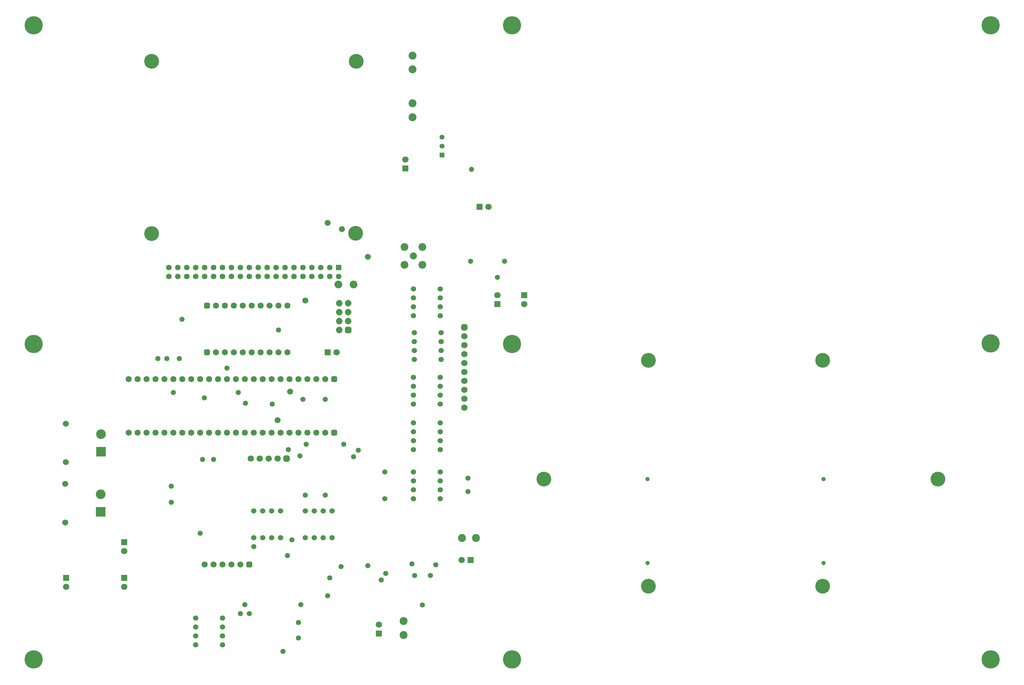
<source format=gbs>
G04*
G04 #@! TF.GenerationSoftware,Altium Limited,Altium Designer,22.11.1 (43)*
G04*
G04 Layer_Color=16711935*
%FSLAX44Y44*%
%MOMM*%
G71*
G04*
G04 #@! TF.SameCoordinates,A751104F-70AC-404C-B97E-AE56B71AA5AB*
G04*
G04*
G04 #@! TF.FilePolarity,Negative*
G04*
G01*
G75*
%ADD41C,1.8032*%
G04:AMPARAMS|DCode=42|XSize=1.8032mm|YSize=1.8032mm|CornerRadius=0.5016mm|HoleSize=0mm|Usage=FLASHONLY|Rotation=180.000|XOffset=0mm|YOffset=0mm|HoleType=Round|Shape=RoundedRectangle|*
%AMROUNDEDRECTD42*
21,1,1.8032,0.8000,0,0,180.0*
21,1,0.8000,1.8032,0,0,180.0*
1,1,1.0032,-0.4000,0.4000*
1,1,1.0032,0.4000,0.4000*
1,1,1.0032,0.4000,-0.4000*
1,1,1.0032,-0.4000,-0.4000*
%
%ADD42ROUNDEDRECTD42*%
%ADD43R,1.3970X1.3970*%
%ADD44C,1.3970*%
%ADD45C,1.8082*%
%ADD46R,1.8082X1.8082*%
%ADD47C,4.2032*%
%ADD48C,1.2192*%
%ADD49R,2.7532X2.7532*%
%ADD50C,2.7532*%
%ADD51C,1.7112*%
%ADD52R,1.8082X1.8082*%
%ADD53C,2.2606*%
%ADD54C,1.5032*%
%ADD55C,1.8532*%
G04:AMPARAMS|DCode=56|XSize=1.8532mm|YSize=1.8532mm|CornerRadius=0.5141mm|HoleSize=0mm|Usage=FLASHONLY|Rotation=90.000|XOffset=0mm|YOffset=0mm|HoleType=Round|Shape=RoundedRectangle|*
%AMROUNDEDRECTD56*
21,1,1.8532,0.8250,0,0,90.0*
21,1,0.8250,1.8532,0,0,90.0*
1,1,1.0282,0.4125,0.4125*
1,1,1.0282,0.4125,-0.4125*
1,1,1.0282,-0.4125,-0.4125*
1,1,1.0282,-0.4125,0.4125*
%
%ADD56ROUNDEDRECTD56*%
%ADD57C,2.0066*%
%ADD58C,2.2098*%
G04:AMPARAMS|DCode=59|XSize=1.8032mm|YSize=1.8032mm|CornerRadius=0.5016mm|HoleSize=0mm|Usage=FLASHONLY|Rotation=270.000|XOffset=0mm|YOffset=0mm|HoleType=Round|Shape=RoundedRectangle|*
%AMROUNDEDRECTD59*
21,1,1.8032,0.8000,0,0,270.0*
21,1,0.8000,1.8032,0,0,270.0*
1,1,1.0032,-0.4000,-0.4000*
1,1,1.0032,-0.4000,0.4000*
1,1,1.0032,0.4000,0.4000*
1,1,1.0032,0.4000,-0.4000*
%
%ADD59ROUNDEDRECTD59*%
%ADD60C,1.7232*%
G04:AMPARAMS|DCode=61|XSize=1.7232mm|YSize=1.7232mm|CornerRadius=0.4816mm|HoleSize=0mm|Usage=FLASHONLY|Rotation=180.000|XOffset=0mm|YOffset=0mm|HoleType=Round|Shape=RoundedRectangle|*
%AMROUNDEDRECTD61*
21,1,1.7232,0.7600,0,0,180.0*
21,1,0.7600,1.7232,0,0,180.0*
1,1,0.9632,-0.3800,0.3800*
1,1,0.9632,0.3800,0.3800*
1,1,0.9632,0.3800,-0.3800*
1,1,0.9632,-0.3800,-0.3800*
%
%ADD61ROUNDEDRECTD61*%
%ADD62C,1.5932*%
%ADD63R,1.5932X1.5932*%
%ADD64C,1.4732*%
%ADD65C,1.7032*%
%ADD66C,2.2032*%
%ADD67C,5.2032*%
D41*
X708660Y624840D02*
D03*
X734060D02*
D03*
X683260D02*
D03*
X657860D02*
D03*
X1264920Y769620D02*
D03*
Y795020D02*
D03*
Y871220D02*
D03*
Y922020D02*
D03*
Y972820D02*
D03*
Y947420D02*
D03*
Y896620D02*
D03*
Y845820D02*
D03*
Y820420D02*
D03*
D42*
X759460Y624840D02*
D03*
D43*
X1201420Y1488440D02*
D03*
D44*
Y1513840D02*
D03*
Y1539240D02*
D03*
D45*
X1097280Y1475740D02*
D03*
X1435100Y1064260D02*
D03*
X1333500Y1341120D02*
D03*
X1257300Y336550D02*
D03*
X901700Y927100D02*
D03*
X298450Y361950D02*
D03*
Y260350D02*
D03*
X133350D02*
D03*
X1022350Y152400D02*
D03*
X1358900Y1089660D02*
D03*
D46*
X1097280Y1450340D02*
D03*
X1435100Y1089660D02*
D03*
X298450Y387350D02*
D03*
Y285750D02*
D03*
X133350D02*
D03*
X1022350Y127000D02*
D03*
X1358900Y1064260D02*
D03*
D47*
X2283460Y904240D02*
D03*
Y261620D02*
D03*
X1788160D02*
D03*
Y904240D02*
D03*
X2611120Y566420D02*
D03*
X1490980D02*
D03*
X375920Y1264920D02*
D03*
Y1755140D02*
D03*
X957580D02*
D03*
X956332Y1266353D02*
D03*
D48*
X2286000Y327660D02*
D03*
Y566420D02*
D03*
X1785620Y327660D02*
D03*
Y566420D02*
D03*
D49*
X232080Y644680D02*
D03*
X231140Y473240D02*
D03*
D50*
X232080Y694680D02*
D03*
X231140Y523240D02*
D03*
D51*
X132080Y724680D02*
D03*
Y614680D02*
D03*
X131140Y443240D02*
D03*
Y553240D02*
D03*
D52*
X1308100Y1341120D02*
D03*
X1282700Y336550D02*
D03*
X876300Y927100D02*
D03*
D53*
X1297940Y398780D02*
D03*
X1258340D02*
D03*
X1092200Y122960D02*
D03*
Y162560D02*
D03*
X1117600Y1732280D02*
D03*
Y1771880D02*
D03*
Y1596160D02*
D03*
Y1635760D02*
D03*
D54*
X1196340Y510540D02*
D03*
Y535940D02*
D03*
X1120140Y510540D02*
D03*
Y535940D02*
D03*
X1196340Y586740D02*
D03*
Y561340D02*
D03*
X1120140D02*
D03*
Y586740D02*
D03*
X742950Y476250D02*
D03*
X717550D02*
D03*
Y400050D02*
D03*
X742950D02*
D03*
X692150Y476250D02*
D03*
X666750D02*
D03*
X692150Y400050D02*
D03*
X666750D02*
D03*
X1196340Y650240D02*
D03*
Y675640D02*
D03*
X1120140Y650240D02*
D03*
Y675640D02*
D03*
X1196340Y726440D02*
D03*
Y701040D02*
D03*
X1120140D02*
D03*
Y726440D02*
D03*
X1196340Y779780D02*
D03*
Y805180D02*
D03*
X1120140Y779780D02*
D03*
Y805180D02*
D03*
X1196340Y855980D02*
D03*
Y830580D02*
D03*
X1120140D02*
D03*
Y855980D02*
D03*
X1198880Y906780D02*
D03*
Y932180D02*
D03*
X1122680Y906780D02*
D03*
Y932180D02*
D03*
X1198880Y982980D02*
D03*
Y957580D02*
D03*
X1122680D02*
D03*
Y982980D02*
D03*
X1196340Y1031240D02*
D03*
Y1056640D02*
D03*
X1120140Y1031240D02*
D03*
Y1056640D02*
D03*
X1196340Y1107440D02*
D03*
Y1082040D02*
D03*
X1120140D02*
D03*
Y1107440D02*
D03*
X577850Y95250D02*
D03*
Y120650D02*
D03*
X501650Y95250D02*
D03*
Y120650D02*
D03*
X577850Y171450D02*
D03*
Y146050D02*
D03*
X501650D02*
D03*
Y171450D02*
D03*
X889000Y476250D02*
D03*
X863600D02*
D03*
X889000Y400050D02*
D03*
X863600D02*
D03*
X812800Y476250D02*
D03*
X838200D02*
D03*
Y400050D02*
D03*
X812800D02*
D03*
D55*
X909320Y1066800D02*
D03*
Y1041400D02*
D03*
X934720Y1066800D02*
D03*
Y1041400D02*
D03*
X909320Y990600D02*
D03*
X934720Y1016000D02*
D03*
X909320D02*
D03*
D56*
X934720Y990600D02*
D03*
D57*
X1120140Y1201420D02*
D03*
D58*
X1094740Y1176020D02*
D03*
X1145540D02*
D03*
Y1226820D02*
D03*
X1094740D02*
D03*
D59*
X1264920Y998220D02*
D03*
D60*
X311150Y850900D02*
D03*
X336550D02*
D03*
X361950D02*
D03*
X387350D02*
D03*
X412750D02*
D03*
X438150D02*
D03*
X463550D02*
D03*
X539750D02*
D03*
X565150D02*
D03*
X590550D02*
D03*
X641350D02*
D03*
X692150D02*
D03*
X717550D02*
D03*
X768350D02*
D03*
X793750D02*
D03*
X819150D02*
D03*
X869950D02*
D03*
X844550D02*
D03*
X742950D02*
D03*
X666750D02*
D03*
X615950D02*
D03*
X514350D02*
D03*
X488950D02*
D03*
X311150Y698500D02*
D03*
X336550D02*
D03*
X361950D02*
D03*
X387350D02*
D03*
X412750D02*
D03*
X438150D02*
D03*
X463550D02*
D03*
X539750D02*
D03*
X565150D02*
D03*
X590550D02*
D03*
X641350D02*
D03*
X692150D02*
D03*
X717550D02*
D03*
X768350D02*
D03*
X793750D02*
D03*
X819150D02*
D03*
X869950D02*
D03*
X844550D02*
D03*
X742950D02*
D03*
X666750D02*
D03*
X615950D02*
D03*
X514350D02*
D03*
X488950D02*
D03*
X685800Y1060450D02*
D03*
X584200D02*
D03*
X558800D02*
D03*
X609600D02*
D03*
X635000D02*
D03*
X660400D02*
D03*
X711200D02*
D03*
X736600D02*
D03*
X762000D02*
D03*
X685800Y927100D02*
D03*
X584200D02*
D03*
X558800D02*
D03*
X609600D02*
D03*
X635000D02*
D03*
X660400D02*
D03*
X711200D02*
D03*
X736600D02*
D03*
X762000D02*
D03*
X527050Y323850D02*
D03*
X552450D02*
D03*
X577850D02*
D03*
X628650D02*
D03*
X603250D02*
D03*
D61*
X895350Y850900D02*
D03*
Y698500D02*
D03*
X533400Y1060450D02*
D03*
Y927100D02*
D03*
X654050Y323850D02*
D03*
D62*
X425450Y1143000D02*
D03*
Y1168400D02*
D03*
X450850Y1143000D02*
D03*
Y1168400D02*
D03*
X476250Y1143000D02*
D03*
Y1168400D02*
D03*
X501650Y1143000D02*
D03*
Y1168400D02*
D03*
X527050Y1143000D02*
D03*
Y1168400D02*
D03*
X552450Y1143000D02*
D03*
Y1168400D02*
D03*
X577850Y1143000D02*
D03*
Y1168400D02*
D03*
X603250Y1143000D02*
D03*
Y1168400D02*
D03*
X628650Y1143000D02*
D03*
Y1168400D02*
D03*
X654050Y1143000D02*
D03*
Y1168400D02*
D03*
X679450Y1143000D02*
D03*
Y1168400D02*
D03*
X704850Y1143000D02*
D03*
Y1168400D02*
D03*
X730250Y1143000D02*
D03*
Y1168400D02*
D03*
X755650Y1143000D02*
D03*
Y1168400D02*
D03*
X781050Y1143000D02*
D03*
Y1168400D02*
D03*
X806450Y1143000D02*
D03*
Y1168400D02*
D03*
X831850Y1143000D02*
D03*
Y1168400D02*
D03*
X857250Y1143000D02*
D03*
Y1168400D02*
D03*
X882650Y1143000D02*
D03*
Y1168400D02*
D03*
X908050Y1143000D02*
D03*
D63*
Y1168400D02*
D03*
D64*
X764540Y650240D02*
D03*
X1285240Y1447800D02*
D03*
X1358900Y1140460D02*
D03*
X462280Y1021080D02*
D03*
X1379220Y1186180D02*
D03*
X1282700D02*
D03*
X736600Y990600D02*
D03*
X454660Y909320D02*
D03*
X393700D02*
D03*
X419100D02*
D03*
X1275080Y530860D02*
D03*
Y568960D02*
D03*
X1038860Y510540D02*
D03*
Y586740D02*
D03*
X431800Y546100D02*
D03*
Y500380D02*
D03*
X1145540Y208280D02*
D03*
X525780Y797560D02*
D03*
X718820Y779780D02*
D03*
X642620Y782320D02*
D03*
X949960Y629920D02*
D03*
X797560Y632460D02*
D03*
X963930Y648970D02*
D03*
X1116330Y325120D02*
D03*
X815340Y665480D02*
D03*
X922020D02*
D03*
X990600Y320040D02*
D03*
X1183640Y322580D02*
D03*
X749300Y76200D02*
D03*
X628650Y184150D02*
D03*
X793750Y114300D02*
D03*
X654050Y184150D02*
D03*
X869950Y793750D02*
D03*
X806450D02*
D03*
X438150Y812800D02*
D03*
X622300D02*
D03*
X1123950Y292100D02*
D03*
X882650Y285750D02*
D03*
X1168400Y292100D02*
D03*
X1028700Y279400D02*
D03*
X1041400Y298450D02*
D03*
X914400Y317500D02*
D03*
X774700Y393700D02*
D03*
X762000Y349250D02*
D03*
X514350Y412750D02*
D03*
X552450Y622300D02*
D03*
X520700D02*
D03*
X869950Y520700D02*
D03*
X812800D02*
D03*
X590550Y882650D02*
D03*
X876300Y234950D02*
D03*
X793750Y158750D02*
D03*
X800100Y209550D02*
D03*
X666750Y374650D02*
D03*
X641350Y209550D02*
D03*
D65*
X812800Y1074420D02*
D03*
X734060Y734060D02*
D03*
X769620Y815340D02*
D03*
X990600Y1198880D02*
D03*
X916940Y1277620D02*
D03*
X876300Y1295400D02*
D03*
D66*
X906780Y1120140D02*
D03*
X949960D02*
D03*
D67*
X1400810Y951230D02*
D03*
Y53340D02*
D03*
Y1858010D02*
D03*
X2760980Y53340D02*
D03*
Y1858010D02*
D03*
Y952500D02*
D03*
X40640Y951230D02*
D03*
Y1858010D02*
D03*
Y53340D02*
D03*
M02*

</source>
